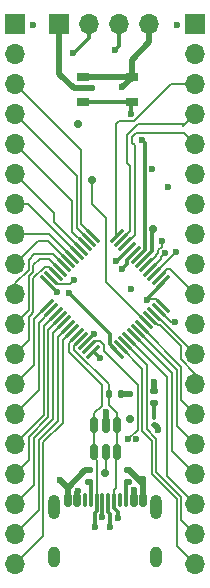
<source format=gbr>
%TF.GenerationSoftware,KiCad,Pcbnew,9.0.0*%
%TF.CreationDate,2025-08-25T15:59:45-02:30*%
%TF.ProjectId,STM32_PCB_Test_Project,53544d33-325f-4504-9342-5f546573745f,rev?*%
%TF.SameCoordinates,Original*%
%TF.FileFunction,Copper,L1,Top*%
%TF.FilePolarity,Positive*%
%FSLAX46Y46*%
G04 Gerber Fmt 4.6, Leading zero omitted, Abs format (unit mm)*
G04 Created by KiCad (PCBNEW 9.0.0) date 2025-08-25 15:59:45*
%MOMM*%
%LPD*%
G01*
G04 APERTURE LIST*
G04 Aperture macros list*
%AMRoundRect*
0 Rectangle with rounded corners*
0 $1 Rounding radius*
0 $2 $3 $4 $5 $6 $7 $8 $9 X,Y pos of 4 corners*
0 Add a 4 corners polygon primitive as box body*
4,1,4,$2,$3,$4,$5,$6,$7,$8,$9,$2,$3,0*
0 Add four circle primitives for the rounded corners*
1,1,$1+$1,$2,$3*
1,1,$1+$1,$4,$5*
1,1,$1+$1,$6,$7*
1,1,$1+$1,$8,$9*
0 Add four rect primitives between the rounded corners*
20,1,$1+$1,$2,$3,$4,$5,0*
20,1,$1+$1,$4,$5,$6,$7,0*
20,1,$1+$1,$6,$7,$8,$9,0*
20,1,$1+$1,$8,$9,$2,$3,0*%
G04 Aperture macros list end*
%TA.AperFunction,ComponentPad*%
%ADD10R,1.700000X1.700000*%
%TD*%
%TA.AperFunction,ComponentPad*%
%ADD11O,1.700000X1.700000*%
%TD*%
%TA.AperFunction,SMDPad,CuDef*%
%ADD12RoundRect,0.135000X-0.185000X0.135000X-0.185000X-0.135000X0.185000X-0.135000X0.185000X0.135000X0*%
%TD*%
%TA.AperFunction,SMDPad,CuDef*%
%ADD13R,1.050000X0.650000*%
%TD*%
%TA.AperFunction,SMDPad,CuDef*%
%ADD14RoundRect,0.075000X0.415425X0.521491X-0.521491X-0.415425X-0.415425X-0.521491X0.521491X0.415425X0*%
%TD*%
%TA.AperFunction,SMDPad,CuDef*%
%ADD15RoundRect,0.075000X-0.415425X0.521491X-0.521491X0.415425X0.415425X-0.521491X0.521491X-0.415425X0*%
%TD*%
%TA.AperFunction,SMDPad,CuDef*%
%ADD16RoundRect,0.135000X0.135000X0.185000X-0.135000X0.185000X-0.135000X-0.185000X0.135000X-0.185000X0*%
%TD*%
%TA.AperFunction,SMDPad,CuDef*%
%ADD17RoundRect,0.150000X0.150000X-0.512500X0.150000X0.512500X-0.150000X0.512500X-0.150000X-0.512500X0*%
%TD*%
%TA.AperFunction,SMDPad,CuDef*%
%ADD18RoundRect,0.100000X-0.100000X0.130000X-0.100000X-0.130000X0.100000X-0.130000X0.100000X0.130000X0*%
%TD*%
%TA.AperFunction,SMDPad,CuDef*%
%ADD19RoundRect,0.135000X0.185000X-0.135000X0.185000X0.135000X-0.185000X0.135000X-0.185000X-0.135000X0*%
%TD*%
%TA.AperFunction,SMDPad,CuDef*%
%ADD20RoundRect,0.150000X-0.150000X-0.425000X0.150000X-0.425000X0.150000X0.425000X-0.150000X0.425000X0*%
%TD*%
%TA.AperFunction,SMDPad,CuDef*%
%ADD21RoundRect,0.075000X-0.075000X-0.500000X0.075000X-0.500000X0.075000X0.500000X-0.075000X0.500000X0*%
%TD*%
%TA.AperFunction,HeatsinkPad*%
%ADD22O,1.000000X2.100000*%
%TD*%
%TA.AperFunction,HeatsinkPad*%
%ADD23O,1.000000X1.800000*%
%TD*%
%TA.AperFunction,ViaPad*%
%ADD24C,0.600000*%
%TD*%
%TA.AperFunction,ViaPad*%
%ADD25C,0.700000*%
%TD*%
%TA.AperFunction,Conductor*%
%ADD26C,0.500000*%
%TD*%
%TA.AperFunction,Conductor*%
%ADD27C,0.200000*%
%TD*%
%TA.AperFunction,Conductor*%
%ADD28C,0.300000*%
%TD*%
G04 APERTURE END LIST*
D10*
%TO.P,J2,1,Pin_1*%
%TO.N,+3.3V*%
X157025000Y-74675000D03*
D11*
%TO.P,J2,2,Pin_2*%
%TO.N,/SWDIO*%
X159565000Y-74675000D03*
%TO.P,J2,3,Pin_3*%
%TO.N,/SWCLK*%
X162105000Y-74675000D03*
%TO.P,J2,4,Pin_4*%
%TO.N,GND*%
X164645000Y-74675000D03*
%TD*%
D12*
%TO.P,R3,1*%
%TO.N,GND*%
X162800000Y-112390000D03*
%TO.P,R3,2*%
%TO.N,Net-(J1-CC2)*%
X162800000Y-113410000D03*
%TD*%
D13*
%TO.P,SW1,1,1*%
%TO.N,GND*%
X159000000Y-79100000D03*
X163150000Y-79100000D03*
%TO.P,SW1,2,2*%
%TO.N,Net-(U1-NRST)*%
X159000000Y-81250000D03*
X163150000Y-81250000D03*
%TD*%
D10*
%TO.P,J4,1,Pin_1*%
%TO.N,GND*%
X168515000Y-74650000D03*
D11*
%TO.P,J4,2,Pin_2*%
%TO.N,VBUS*%
X168515000Y-77190000D03*
%TO.P,J4,3,Pin_3*%
%TO.N,/PA2*%
X168515000Y-79730000D03*
%TO.P,J4,4,Pin_4*%
%TO.N,/PA1*%
X168515000Y-82270000D03*
%TO.P,J4,5,Pin_5*%
%TO.N,/PA0*%
X168515000Y-84810000D03*
%TO.P,J4,6,Pin_6*%
%TO.N,+3.3V*%
X168515000Y-87350000D03*
%TO.P,J4,7,Pin_7*%
X168515000Y-89890000D03*
%TO.P,J4,8,Pin_8*%
%TO.N,GND*%
X168515000Y-92430000D03*
%TO.P,J4,9,Pin_9*%
X168515000Y-94970000D03*
%TO.P,J4,10,Pin_10*%
%TO.N,/PC13*%
X168515000Y-97510000D03*
%TO.P,J4,11,Pin_11*%
%TO.N,+3.3V*%
X168515000Y-100050000D03*
%TO.P,J4,12,Pin_12*%
%TO.N,/PB9*%
X168515000Y-102590000D03*
%TO.P,J4,13,Pin_13*%
%TO.N,/PB8*%
X168515000Y-105130000D03*
%TO.P,J4,14,Pin_14*%
%TO.N,/PB7*%
X168515000Y-107670000D03*
%TO.P,J4,15,Pin_15*%
%TO.N,/PB6*%
X168515000Y-110210000D03*
%TO.P,J4,16,Pin_16*%
%TO.N,/PB5*%
X168515000Y-112750000D03*
%TO.P,J4,17,Pin_17*%
%TO.N,/PB4*%
X168515000Y-115290000D03*
%TO.P,J4,18,Pin_18*%
%TO.N,/PB3*%
X168515000Y-117830000D03*
%TO.P,J4,19,Pin_19*%
%TO.N,/PA15*%
X168515000Y-120370000D03*
%TD*%
D10*
%TO.P,J3,1,Pin_1*%
%TO.N,GND*%
X153275000Y-74650000D03*
D11*
%TO.P,J3,2,Pin_2*%
%TO.N,VBUS*%
X153275000Y-77190000D03*
%TO.P,J3,3,Pin_3*%
%TO.N,/PA3*%
X153275000Y-79730000D03*
%TO.P,J3,4,Pin_4*%
%TO.N,/PA4*%
X153275000Y-82270000D03*
%TO.P,J3,5,Pin_5*%
%TO.N,/PA5*%
X153275000Y-84810000D03*
%TO.P,J3,6,Pin_6*%
%TO.N,/PA6*%
X153275000Y-87350000D03*
%TO.P,J3,7,Pin_7*%
%TO.N,/PA7*%
X153275000Y-89890000D03*
%TO.P,J3,8,Pin_8*%
%TO.N,/PB0*%
X153275000Y-92430000D03*
%TO.P,J3,9,Pin_9*%
%TO.N,/PB1*%
X153275000Y-94970000D03*
%TO.P,J3,10,Pin_10*%
%TO.N,/PB2*%
X153275000Y-97510000D03*
%TO.P,J3,11,Pin_11*%
%TO.N,/PB10*%
X153275000Y-100050000D03*
%TO.P,J3,12,Pin_12*%
%TO.N,/PB11*%
X153275000Y-102590000D03*
%TO.P,J3,13,Pin_13*%
%TO.N,/PB12*%
X153275000Y-105130000D03*
%TO.P,J3,14,Pin_14*%
%TO.N,/PB13*%
X153275000Y-107670000D03*
%TO.P,J3,15,Pin_15*%
%TO.N,/PB14*%
X153275000Y-110210000D03*
%TO.P,J3,16,Pin_16*%
%TO.N,/PB15*%
X153275000Y-112750000D03*
%TO.P,J3,17,Pin_17*%
%TO.N,/PA8*%
X153275000Y-115290000D03*
%TO.P,J3,18,Pin_18*%
%TO.N,/PA9*%
X153275000Y-117830000D03*
%TO.P,J3,19,Pin_19*%
%TO.N,/PA10*%
X153275000Y-120370000D03*
%TD*%
D14*
%TO.P,U1,1,VBAT*%
%TO.N,+3.3V*%
X165782876Y-96501212D03*
%TO.P,U1,2,PC13*%
%TO.N,/PC13*%
X165429322Y-96147658D03*
%TO.P,U1,3,PC14*%
%TO.N,/OSC32_IN*%
X165075769Y-95794105D03*
%TO.P,U1,4,PC15*%
%TO.N,/OSC32_OUT*%
X164722215Y-95440551D03*
%TO.P,U1,5,PD0*%
%TO.N,/OSC_IN*%
X164368662Y-95086998D03*
%TO.P,U1,6,PD1*%
%TO.N,/OSC_OUT*%
X164015109Y-94733445D03*
%TO.P,U1,7,NRST*%
%TO.N,Net-(U1-NRST)*%
X163661555Y-94379891D03*
%TO.P,U1,8,VSSA*%
%TO.N,GND*%
X163308002Y-94026338D03*
%TO.P,U1,9,VDDA*%
%TO.N,+3.3VA*%
X162954449Y-93672785D03*
%TO.P,U1,10,PA0*%
%TO.N,/PA0*%
X162600895Y-93319231D03*
%TO.P,U1,11,PA1*%
%TO.N,/PA1*%
X162247342Y-92965678D03*
%TO.P,U1,12,PA2*%
%TO.N,/PA2*%
X161893788Y-92612124D03*
D15*
%TO.P,U1,13,PA3*%
%TO.N,/PA3*%
X159896212Y-92612124D03*
%TO.P,U1,14,PA4*%
%TO.N,/PA4*%
X159542658Y-92965678D03*
%TO.P,U1,15,PA5*%
%TO.N,/PA5*%
X159189105Y-93319231D03*
%TO.P,U1,16,PA6*%
%TO.N,/PA6*%
X158835551Y-93672785D03*
%TO.P,U1,17,PA7*%
%TO.N,/PA7*%
X158481998Y-94026338D03*
%TO.P,U1,18,PB0*%
%TO.N,/PB0*%
X158128445Y-94379891D03*
%TO.P,U1,19,PB1*%
%TO.N,/PB1*%
X157774891Y-94733445D03*
%TO.P,U1,20,PB2*%
%TO.N,/PB2*%
X157421338Y-95086998D03*
%TO.P,U1,21,PB10*%
%TO.N,/PB10*%
X157067785Y-95440551D03*
%TO.P,U1,22,PB11*%
%TO.N,/PB11*%
X156714231Y-95794105D03*
%TO.P,U1,23,VSS*%
%TO.N,GND*%
X156360678Y-96147658D03*
%TO.P,U1,24,VDD*%
%TO.N,+3.3V*%
X156007124Y-96501212D03*
D14*
%TO.P,U1,25,PB12*%
%TO.N,/PB12*%
X156007124Y-98498788D03*
%TO.P,U1,26,PB13*%
%TO.N,/PB13*%
X156360678Y-98852342D03*
%TO.P,U1,27,PB14*%
%TO.N,/PB14*%
X156714231Y-99205895D03*
%TO.P,U1,28,PB15*%
%TO.N,/PB15*%
X157067785Y-99559449D03*
%TO.P,U1,29,PA8*%
%TO.N,/PA8*%
X157421338Y-99913002D03*
%TO.P,U1,30,PA9*%
%TO.N,/PA9*%
X157774891Y-100266555D03*
%TO.P,U1,31,PA10*%
%TO.N,/PA10*%
X158128445Y-100620109D03*
%TO.P,U1,32,PA11*%
%TO.N,/USB_D-*%
X158481998Y-100973662D03*
%TO.P,U1,33,PA12*%
%TO.N,/USB_D+*%
X158835551Y-101327215D03*
%TO.P,U1,34,PA13*%
%TO.N,/SWDIO*%
X159189105Y-101680769D03*
%TO.P,U1,35,VSS*%
%TO.N,GND*%
X159542658Y-102034322D03*
%TO.P,U1,36,VDD*%
%TO.N,+3.3V*%
X159896212Y-102387876D03*
D15*
%TO.P,U1,37,PA14*%
%TO.N,/SWCLK*%
X161893788Y-102387876D03*
%TO.P,U1,38,PA15*%
%TO.N,/PA15*%
X162247342Y-102034322D03*
%TO.P,U1,39,PB3*%
%TO.N,/PB3*%
X162600895Y-101680769D03*
%TO.P,U1,40,PB4*%
%TO.N,/PB4*%
X162954449Y-101327215D03*
%TO.P,U1,41,PB5*%
%TO.N,/PB5*%
X163308002Y-100973662D03*
%TO.P,U1,42,PB6*%
%TO.N,/PB6*%
X163661555Y-100620109D03*
%TO.P,U1,43,PB7*%
%TO.N,/PB7*%
X164015109Y-100266555D03*
%TO.P,U1,44,BOOT0*%
%TO.N,GND*%
X164368662Y-99913002D03*
%TO.P,U1,45,PB8*%
%TO.N,/PB8*%
X164722215Y-99559449D03*
%TO.P,U1,46,PB9*%
%TO.N,/PB9*%
X165075769Y-99205895D03*
%TO.P,U1,47,VSS*%
%TO.N,GND*%
X165429322Y-98852342D03*
%TO.P,U1,48,VDD*%
%TO.N,+3.3V*%
X165782876Y-98498788D03*
%TD*%
D16*
%TO.P,R4,1*%
%TO.N,+3.3V*%
X162220000Y-106000000D03*
%TO.P,R4,2*%
%TO.N,/USB_D+*%
X161200000Y-106000000D03*
%TD*%
D12*
%TO.P,R2,1*%
%TO.N,GND*%
X159500000Y-112440000D03*
%TO.P,R2,2*%
%TO.N,Net-(J1-CC1)*%
X159500000Y-113460000D03*
%TD*%
D17*
%TO.P,U2,1,I/O1*%
%TO.N,/USB_D-*%
X160000000Y-110862500D03*
%TO.P,U2,2,GND*%
%TO.N,GND*%
X160950000Y-110862500D03*
%TO.P,U2,3,I/O2*%
%TO.N,/USB_D+*%
X161900000Y-110862500D03*
%TO.P,U2,4,I/O2*%
X161900000Y-108587500D03*
%TO.P,U2,5,VBUS*%
%TO.N,VBUS*%
X160950000Y-108587500D03*
%TO.P,U2,6,I/O1*%
%TO.N,/USB_D-*%
X160000000Y-108587500D03*
%TD*%
D18*
%TO.P,D1,1,K*%
%TO.N,Net-(D1-K)*%
X165075000Y-107930000D03*
%TO.P,D1,2,A*%
%TO.N,+3.3V*%
X165075000Y-108570000D03*
%TD*%
D19*
%TO.P,R5,1*%
%TO.N,Net-(D1-K)*%
X165075000Y-106785000D03*
%TO.P,R5,2*%
%TO.N,GND*%
X165075000Y-105765000D03*
%TD*%
D20*
%TO.P,J1,A1,GND*%
%TO.N,GND*%
X157725000Y-114985000D03*
%TO.P,J1,A4,VBUS*%
%TO.N,VBUS*%
X158525000Y-114985000D03*
D21*
%TO.P,J1,A5,CC1*%
%TO.N,Net-(J1-CC1)*%
X159675000Y-114985000D03*
%TO.P,J1,A6,D+*%
%TO.N,/USB_D+*%
X160675000Y-114985000D03*
%TO.P,J1,A7,D-*%
%TO.N,/USB_D-*%
X161175000Y-114985000D03*
%TO.P,J1,A8,SBU1*%
%TO.N,unconnected-(J1-SBU1-PadA8)*%
X162175000Y-114985000D03*
D20*
%TO.P,J1,A9,VBUS*%
%TO.N,VBUS*%
X163325000Y-114985000D03*
%TO.P,J1,A12,GND*%
%TO.N,GND*%
X164125000Y-114985000D03*
%TO.P,J1,B1,GND*%
X164125000Y-114985000D03*
%TO.P,J1,B4,VBUS*%
%TO.N,VBUS*%
X163325000Y-114985000D03*
D21*
%TO.P,J1,B5,CC2*%
%TO.N,Net-(J1-CC2)*%
X162675000Y-114985000D03*
%TO.P,J1,B6,D+*%
%TO.N,/USB_D+*%
X161675000Y-114985000D03*
%TO.P,J1,B7,D-*%
%TO.N,/USB_D-*%
X160175000Y-114985000D03*
%TO.P,J1,B8,SBU2*%
%TO.N,unconnected-(J1-SBU2-PadB8)*%
X159175000Y-114985000D03*
D20*
%TO.P,J1,B9,VBUS*%
%TO.N,VBUS*%
X158525000Y-114985000D03*
%TO.P,J1,B12,GND*%
%TO.N,GND*%
X157725000Y-114985000D03*
D22*
%TO.P,J1,S1,SHIELD*%
X156605000Y-115560000D03*
D23*
X156605000Y-119740000D03*
D22*
X165245000Y-115560000D03*
D23*
X165245000Y-119740000D03*
%TD*%
D24*
%TO.N,VBUS*%
X160950000Y-107525000D03*
D25*
%TO.N,GND*%
X158600000Y-83100000D03*
D24*
X166225000Y-88475000D03*
X163125000Y-97100000D03*
X157050000Y-113225000D03*
X158300000Y-96300000D03*
D25*
X159790000Y-87852910D03*
D24*
X167000000Y-74700000D03*
X162350000Y-80000000D03*
X165075000Y-105000000D03*
X164125000Y-113200000D03*
X163550000Y-109800000D03*
X162316154Y-95356484D03*
X166800000Y-99900000D03*
X162875000Y-109800000D03*
X164906963Y-86894132D03*
X154800000Y-74700000D03*
D25*
X160910245Y-112675000D03*
D24*
%TO.N,+3.3V*%
X163000000Y-106000000D03*
X164425000Y-98025000D03*
X160500000Y-102900000D03*
X156825000Y-97350000D03*
D25*
X163002000Y-108100000D03*
D24*
X165387500Y-109062500D03*
X157025000Y-76025000D03*
X159750000Y-80100000D03*
%TO.N,+3.3VA*%
X161825000Y-94725000D03*
%TO.N,Net-(U1-NRST)*%
X163125000Y-82250000D03*
X164000000Y-84500000D03*
%TO.N,/OSC_IN*%
X165700270Y-93003290D03*
%TO.N,/OSC32_IN*%
X166875000Y-93975000D03*
%TO.N,/OSC32_OUT*%
X166012821Y-94008523D03*
%TO.N,VBUS*%
X158605331Y-114180331D03*
X163325000Y-114100000D03*
%TO.N,/SWCLK*%
X161725000Y-76875000D03*
X157859620Y-97465380D03*
%TO.N,/SWDIO*%
X158200000Y-77150000D03*
X159980122Y-100889752D03*
D25*
%TO.N,/OSC_OUT*%
X164956963Y-92000000D03*
D24*
%TO.N,/USB_D+*%
X161976000Y-116459620D03*
X160675000Y-116425000D03*
%TO.N,/USB_D-*%
X160075000Y-117275000D03*
X161325000Y-117250000D03*
%TD*%
D26*
%TO.N,VBUS*%
X160950000Y-108587500D02*
X160950000Y-107525000D01*
%TO.N,GND*%
X163150000Y-79100000D02*
X163150000Y-79200000D01*
X164645000Y-76195000D02*
X163150000Y-77690000D01*
X164125000Y-113582528D02*
X162932472Y-112390000D01*
D27*
X156360678Y-96147658D02*
X156906086Y-96693066D01*
X160465911Y-101488915D02*
X160795173Y-101818177D01*
D26*
X163150000Y-77690000D02*
X163150000Y-79100000D01*
D27*
X160795173Y-101818177D02*
X160795173Y-102345230D01*
X160950000Y-112600000D02*
X160950000Y-110862500D01*
X166476980Y-99900000D02*
X166800000Y-99900000D01*
X160994827Y-96539167D02*
X164368662Y-99913002D01*
D26*
X157725000Y-114985000D02*
X157725000Y-113900000D01*
D28*
X162712594Y-94960044D02*
X162712594Y-94621746D01*
D27*
X160910245Y-112675000D02*
X160910245Y-112639755D01*
X159790000Y-87852910D02*
X159790000Y-89911100D01*
D26*
X165075000Y-105765000D02*
X165075000Y-105000000D01*
D27*
X160795173Y-102345230D02*
X163652000Y-105202057D01*
D26*
X159185000Y-112440000D02*
X159500000Y-112440000D01*
D27*
X159542658Y-102034322D02*
X160088065Y-101488915D01*
X157906934Y-96693066D02*
X158300000Y-96300000D01*
D26*
X157725000Y-113900000D02*
X157050000Y-113225000D01*
X164645000Y-74675000D02*
X164645000Y-76195000D01*
X157725000Y-113900000D02*
X159185000Y-112440000D01*
X159000000Y-79100000D02*
X163150000Y-79100000D01*
D28*
X162316154Y-95356484D02*
X162712594Y-94960044D01*
X162712594Y-94621746D02*
X163308002Y-94026338D01*
D27*
X163652000Y-105202057D02*
X163652000Y-109023000D01*
D26*
X157725000Y-114985000D02*
X157725000Y-114000000D01*
X164125000Y-114985000D02*
X164125000Y-113582528D01*
X164645000Y-76195000D02*
X164650000Y-76200000D01*
D27*
X160994827Y-91115927D02*
X160994827Y-96539167D01*
X156906086Y-96693066D02*
X157906934Y-96693066D01*
X165429322Y-98852342D02*
X166476980Y-99900000D01*
D26*
X163150000Y-79200000D02*
X162350000Y-80000000D01*
D27*
X160088065Y-101488915D02*
X160465911Y-101488915D01*
D26*
X164125000Y-113200000D02*
X164125000Y-114985000D01*
D27*
X163652000Y-109023000D02*
X162875000Y-109800000D01*
X160910245Y-112639755D02*
X160950000Y-112600000D01*
D26*
X162932472Y-112390000D02*
X162800000Y-112390000D01*
D27*
X159790000Y-89911100D02*
X160994827Y-91115927D01*
D26*
%TO.N,+3.3V*%
X157025000Y-78877000D02*
X157025000Y-76025000D01*
X163000000Y-106000000D02*
X162220000Y-106000000D01*
X157025000Y-74675000D02*
X157025000Y-76025000D01*
D27*
X165237469Y-97953381D02*
X165782876Y-98498788D01*
D26*
X159750000Y-80100000D02*
X158248000Y-80100000D01*
D27*
X164425000Y-98025000D02*
X164425000Y-97975000D01*
D28*
X159987876Y-102387876D02*
X159896212Y-102387876D01*
D26*
X165387500Y-108882500D02*
X165116000Y-108611000D01*
D28*
X164425000Y-97975000D02*
X165782876Y-96617124D01*
D27*
X164425000Y-97975000D02*
X164446619Y-97953381D01*
D26*
X165116000Y-108611000D02*
X165075000Y-108611000D01*
X165387500Y-109062500D02*
X165387500Y-108882500D01*
D28*
X156825000Y-97350000D02*
X156825000Y-97319088D01*
X160500000Y-102900000D02*
X159987876Y-102387876D01*
D26*
X158248000Y-80100000D02*
X157025000Y-78877000D01*
D28*
X165782876Y-96617124D02*
X165782876Y-96501212D01*
X156825000Y-97319088D02*
X156007124Y-96501212D01*
D27*
X164446619Y-97953381D02*
X165237469Y-97953381D01*
D28*
%TO.N,+3.3VA*%
X161825000Y-94725000D02*
X161902234Y-94725000D01*
X161902234Y-94725000D02*
X162954449Y-93672785D01*
%TO.N,Net-(U1-NRST)*%
X164256963Y-84756963D02*
X164000000Y-84500000D01*
X163150000Y-81250000D02*
X159000000Y-81250000D01*
X163661555Y-94379891D02*
X164256963Y-93784483D01*
X164256963Y-93784483D02*
X164256963Y-84756963D01*
X163125000Y-81275000D02*
X163150000Y-81250000D01*
X163125000Y-82250000D02*
X163125000Y-81275000D01*
D27*
%TO.N,/OSC_IN*%
X165675000Y-93496401D02*
X165411821Y-93759580D01*
X165675000Y-93028560D02*
X165675000Y-93496401D01*
X165201003Y-94254657D02*
X164368662Y-95086998D01*
X165411821Y-93759580D02*
X165411821Y-94042423D01*
X165201003Y-94253241D02*
X165201003Y-94254657D01*
X165411821Y-94042423D02*
X165201003Y-94253241D01*
X165700270Y-93003290D02*
X165675000Y-93028560D01*
%TO.N,/OSC32_IN*%
X166875000Y-93994874D02*
X166875000Y-93975000D01*
X165075769Y-95794105D02*
X166875000Y-93994874D01*
%TO.N,/OSC32_OUT*%
X165602003Y-94419341D02*
X165602003Y-94560763D01*
X166012821Y-94008523D02*
X165602003Y-94419341D01*
X165602003Y-94560763D02*
X164722215Y-95440551D01*
D26*
%TO.N,VBUS*%
X158525000Y-114260662D02*
X158605331Y-114180331D01*
X158525000Y-114985000D02*
X158525000Y-114260662D01*
X163325000Y-114985000D02*
X163325000Y-114100000D01*
D28*
%TO.N,Net-(D1-K)*%
X165075000Y-107930000D02*
X165075000Y-106785000D01*
%TO.N,Net-(J1-CC2)*%
X162675000Y-113535000D02*
X162800000Y-113410000D01*
X162675000Y-114985000D02*
X162675000Y-113535000D01*
%TO.N,Net-(J1-CC1)*%
X159675000Y-114985000D02*
X159675000Y-113610000D01*
%TO.N,/SWCLK*%
X162105000Y-74675000D02*
X162105000Y-76495000D01*
X162105000Y-76495000D02*
X161725000Y-76875000D01*
X161281122Y-101775210D02*
X161281122Y-100886882D01*
X161893788Y-102387876D02*
X161281122Y-101775210D01*
X161281122Y-100886882D02*
X157859620Y-97465380D01*
%TO.N,/SWDIO*%
X159189105Y-101680769D02*
X159980122Y-100889752D01*
X158225000Y-77150000D02*
X159565000Y-75810000D01*
X159565000Y-75810000D02*
X159565000Y-74675000D01*
X158200000Y-77150000D02*
X158225000Y-77150000D01*
D27*
%TO.N,/PA7*%
X158481998Y-94026338D02*
X154345660Y-89890000D01*
X154345660Y-89890000D02*
X153275000Y-89890000D01*
%TO.N,/PB0*%
X156178554Y-92430000D02*
X158128445Y-94379891D01*
X153275000Y-92430000D02*
X156178554Y-92430000D01*
%TO.N,/PB2*%
X157421338Y-95086998D02*
X156484340Y-94150000D01*
X154425000Y-94625000D02*
X154425000Y-95447760D01*
X153297760Y-96575000D02*
X153275000Y-96575000D01*
X154900000Y-94150000D02*
X154425000Y-94625000D01*
X156484340Y-94150000D02*
X154900000Y-94150000D01*
X153275000Y-96575000D02*
X153275000Y-97510000D01*
X154425000Y-95447760D02*
X153297760Y-96575000D01*
%TO.N,/PA3*%
X153275000Y-79730000D02*
X158900000Y-85355000D01*
X158900000Y-91615912D02*
X159896212Y-92612124D01*
X158900000Y-85355000D02*
X158900000Y-91615912D01*
%TO.N,/PB11*%
X156714231Y-95794105D02*
X156168823Y-95248697D01*
X154450000Y-101415000D02*
X153275000Y-102590000D01*
X154827000Y-97820660D02*
X154827000Y-98152860D01*
X154827000Y-97199340D02*
X154827000Y-97820660D01*
X154450000Y-99442100D02*
X154450000Y-101415000D01*
X154827000Y-96867140D02*
X154827000Y-97199340D01*
X154827000Y-99065100D02*
X154592100Y-99300000D01*
X154827000Y-96200000D02*
X154827000Y-96867140D01*
X154827000Y-98732900D02*
X154827000Y-99065100D01*
X154827000Y-98152860D02*
X154827000Y-98732900D01*
X154592100Y-99300000D02*
X154450000Y-99442100D01*
X155778303Y-95248697D02*
X154827000Y-96200000D01*
X156168823Y-95248697D02*
X155778303Y-95248697D01*
%TO.N,/PB1*%
X153275000Y-94970000D02*
X155195000Y-93050000D01*
X155195000Y-93050000D02*
X156091446Y-93050000D01*
D28*
X153275000Y-94970000D02*
X153275000Y-94375000D01*
D27*
X156091446Y-93050000D02*
X157774891Y-94733445D01*
%TO.N,/PB10*%
X153275000Y-100050000D02*
X154426000Y-98899000D01*
X154426000Y-96013860D02*
X154591100Y-95848760D01*
X154826000Y-95099000D02*
X155374000Y-94551000D01*
X154426000Y-97986760D02*
X154426000Y-97033240D01*
X154426000Y-98899000D02*
X154426000Y-97986760D01*
X154826000Y-95613860D02*
X154826000Y-95281660D01*
X155374000Y-94551000D02*
X156178234Y-94551000D01*
X154591100Y-95848760D02*
X154826000Y-95613860D01*
X154426000Y-97033240D02*
X154426000Y-96013860D01*
X154826000Y-95281660D02*
X154826000Y-95099000D01*
X156178234Y-94551000D02*
X157067785Y-95440551D01*
%TO.N,/PA10*%
X158128445Y-100620109D02*
X157304000Y-101444554D01*
X157304000Y-101444554D02*
X157304000Y-108449400D01*
X155677000Y-110076400D02*
X155677000Y-117968000D01*
X155677000Y-117968000D02*
X153275000Y-120370000D01*
X157304000Y-108449400D02*
X155677000Y-110076400D01*
%TO.N,/PB15*%
X156101000Y-100526234D02*
X157067785Y-99559449D01*
X153275000Y-112750000D02*
X154425000Y-111600000D01*
X154425000Y-111600000D02*
X154425000Y-109627100D01*
X154425000Y-109627100D02*
X156101000Y-107951100D01*
X156101000Y-107951100D02*
X156101000Y-100526234D01*
%TO.N,/PA6*%
X158835551Y-93672785D02*
X156550000Y-91387234D01*
X156550000Y-90625000D02*
X153275000Y-87350000D01*
X156550000Y-91387234D02*
X156550000Y-90625000D01*
%TO.N,/PA9*%
X156903000Y-101138446D02*
X157774891Y-100266555D01*
X155276000Y-113856100D02*
X155276000Y-113523900D01*
X155276000Y-109910300D02*
X156668100Y-108518200D01*
X156903000Y-108283300D02*
X156903000Y-107951100D01*
X155276000Y-113523900D02*
X155276000Y-109910300D01*
X156668100Y-108518200D02*
X156850000Y-108336300D01*
X155276000Y-115829000D02*
X155276000Y-113856100D01*
X156903000Y-107951100D02*
X156903000Y-101138446D01*
X156850000Y-108336300D02*
X156903000Y-108283300D01*
X153275000Y-117830000D02*
X155276000Y-115829000D01*
%TO.N,/PA4*%
X158499000Y-91922020D02*
X159542658Y-92965678D01*
X158499000Y-87494000D02*
X158499000Y-91922020D01*
X153275000Y-82270000D02*
X158499000Y-87494000D01*
%TO.N,/PB14*%
X155700000Y-100220126D02*
X156714231Y-99205895D01*
X155700000Y-107785000D02*
X155700000Y-100220126D01*
X153275000Y-110210000D02*
X155700000Y-107785000D01*
%TO.N,/PB13*%
X156360678Y-98852342D02*
X155275000Y-99938020D01*
X155275000Y-105670000D02*
X153275000Y-107670000D01*
X155275000Y-99938020D02*
X155275000Y-105670000D01*
%TO.N,/PB12*%
X156007124Y-98498788D02*
X154851000Y-99654912D01*
X154851000Y-99654912D02*
X154851000Y-103554000D01*
X154851000Y-103554000D02*
X153275000Y-105130000D01*
%TO.N,/PA5*%
X158098000Y-89633000D02*
X153275000Y-84810000D01*
X159189105Y-93319231D02*
X158098000Y-92228126D01*
X158098000Y-92228126D02*
X158098000Y-89633000D01*
%TO.N,/PA8*%
X156502000Y-100832340D02*
X157421338Y-99913002D01*
X156502000Y-108117200D02*
X156502000Y-100832340D01*
X154875000Y-109744200D02*
X156502000Y-108117200D01*
X153275000Y-115290000D02*
X154875000Y-113690000D01*
X154875000Y-113690000D02*
X154875000Y-109744200D01*
%TO.N,/PA2*%
X161799000Y-92517336D02*
X161799000Y-83151000D01*
X163375000Y-82850000D02*
X166495000Y-79730000D01*
X161799000Y-83151000D02*
X162100000Y-82850000D01*
X166495000Y-79730000D02*
X168515000Y-79730000D01*
X161893788Y-92612124D02*
X161799000Y-92517336D01*
X162100000Y-82850000D02*
X163375000Y-82850000D01*
%TO.N,/PB6*%
X166963000Y-103921554D02*
X163661555Y-100620109D01*
X166963000Y-108658000D02*
X166963000Y-103921554D01*
X168515000Y-110210000D02*
X166963000Y-108658000D01*
%TO.N,/PB9*%
X168515000Y-102590000D02*
X165130895Y-99205895D01*
X165130895Y-99205895D02*
X165075769Y-99205895D01*
%TO.N,/PC13*%
X166180980Y-95396000D02*
X166401000Y-95396000D01*
X165429322Y-96147658D02*
X166180980Y-95396000D01*
X166401000Y-95396000D02*
X168515000Y-97510000D01*
%TO.N,/PB8*%
X165336918Y-100174152D02*
X164722215Y-99559449D01*
X167300000Y-101942100D02*
X165532052Y-100174152D01*
X167300000Y-103050000D02*
X167300000Y-101942100D01*
X168515000Y-104265000D02*
X167300000Y-103050000D01*
X168515000Y-105130000D02*
X168515000Y-104265000D01*
X165532052Y-100174152D02*
X165336918Y-100174152D01*
%TO.N,/PA15*%
X166963000Y-116845100D02*
X166963000Y-116512900D01*
X164850000Y-112427000D02*
X164850000Y-109942043D01*
X164850000Y-109942043D02*
X164287900Y-109379943D01*
X164875000Y-112784200D02*
X164850000Y-112759200D01*
X166963000Y-114872200D02*
X165084900Y-112994100D01*
X168515000Y-120370000D02*
X166963000Y-118818000D01*
X164287900Y-109379943D02*
X164053000Y-109145043D01*
X164053000Y-109145043D02*
X164053000Y-108812843D01*
X164053000Y-103839980D02*
X162247342Y-102034322D01*
X164850000Y-112759200D02*
X164850000Y-112427000D01*
X164053000Y-108812843D02*
X164053000Y-103839980D01*
X165084900Y-112994100D02*
X164875000Y-112784200D01*
X166963000Y-118818000D02*
X166963000Y-116845100D01*
X166963000Y-116512900D02*
X166963000Y-114872200D01*
%TO.N,/PB3*%
X167364000Y-116679000D02*
X167364000Y-114706100D01*
X167364000Y-114706100D02*
X165251000Y-112593100D01*
X164454000Y-108978943D02*
X164454000Y-103533874D01*
X168515000Y-117830000D02*
X167364000Y-116679000D01*
X165251000Y-112593100D02*
X165251000Y-109775943D01*
X164454000Y-103533874D02*
X162600895Y-101680769D01*
X165251000Y-109775943D02*
X164454000Y-108978943D01*
%TO.N,/PA0*%
X163526057Y-83849000D02*
X163174000Y-84201057D01*
X163174000Y-84698943D02*
X163402000Y-84926943D01*
X163402000Y-84926943D02*
X163402000Y-92518126D01*
X163402000Y-92518126D02*
X162600895Y-93319231D01*
X168515000Y-84810000D02*
X167554000Y-83849000D01*
X163174000Y-84201057D02*
X163174000Y-84698943D01*
X167554000Y-83849000D02*
X163526057Y-83849000D01*
%TO.N,/PB5*%
X166562000Y-104227660D02*
X163308002Y-100973662D01*
X168515000Y-112750000D02*
X166562000Y-110797000D01*
X166562000Y-110797000D02*
X166562000Y-104227660D01*
%TO.N,/PA1*%
X168515000Y-82270000D02*
X167642500Y-83142500D01*
X163001000Y-92212020D02*
X162247342Y-92965678D01*
X162773000Y-86448057D02*
X163001000Y-86676057D01*
X162773000Y-84034957D02*
X162773000Y-86448057D01*
X167642500Y-83142500D02*
X167535000Y-83250000D01*
X167642500Y-83142500D02*
X163665457Y-83142500D01*
X163665457Y-83142500D02*
X162773000Y-84034957D01*
X163001000Y-86676057D02*
X163001000Y-92212020D01*
%TO.N,/PB7*%
X164015109Y-100332209D02*
X164015109Y-100266555D01*
X167364000Y-103681100D02*
X164015109Y-100332209D01*
X168515000Y-107670000D02*
X167364000Y-106519000D01*
X167364000Y-106519000D02*
X167364000Y-103681100D01*
%TO.N,/PB4*%
X166161000Y-104533766D02*
X162954449Y-101327215D01*
X168515000Y-115290000D02*
X166161000Y-112936000D01*
X166161000Y-112936000D02*
X166161000Y-104533766D01*
D28*
%TO.N,/OSC_OUT*%
X164906963Y-92050000D02*
X164956963Y-92000000D01*
X164906963Y-93841591D02*
X164015109Y-94733445D01*
X164906963Y-93841591D02*
X164906963Y-92050000D01*
D27*
%TO.N,/USB_D+*%
X161900000Y-107593749D02*
X161200000Y-106893749D01*
X161900000Y-110862500D02*
X161900000Y-108587500D01*
X158290144Y-101941918D02*
X158870199Y-101361863D01*
X161900000Y-111400000D02*
X161800000Y-111500000D01*
X161900000Y-108587500D02*
X161900000Y-107593749D01*
X161200000Y-105160324D02*
X158290144Y-102250468D01*
X161800000Y-113975000D02*
X161675000Y-114100000D01*
X161200000Y-106893749D02*
X161200000Y-105160324D01*
D28*
X161976000Y-115965534D02*
X161675000Y-115664534D01*
D27*
X161800000Y-111500000D02*
X161800000Y-113975000D01*
D28*
X161976000Y-116459620D02*
X161976000Y-115965534D01*
X160675000Y-114985000D02*
X160675000Y-116425000D01*
D27*
X158290144Y-102250468D02*
X158290144Y-101941918D01*
X161900000Y-110862500D02*
X161900000Y-111400000D01*
X161675000Y-114100000D02*
X161675000Y-114985000D01*
X158870199Y-101361863D02*
X158835551Y-101327215D01*
D28*
X161675000Y-115664534D02*
X161675000Y-114985000D01*
D27*
%TO.N,/USB_D-*%
X160175000Y-111575000D02*
X160175000Y-114985000D01*
D28*
X160075000Y-117275000D02*
X160024000Y-117224000D01*
X161326000Y-116151000D02*
X161326000Y-117249000D01*
X160024000Y-117224000D02*
X160024000Y-116076000D01*
X161326000Y-117249000D02*
X161325000Y-117250000D01*
X161175000Y-116000000D02*
X161326000Y-116151000D01*
D27*
X160000000Y-110862500D02*
X160000000Y-108587500D01*
X160000000Y-107593749D02*
X160600000Y-106993749D01*
X160000000Y-111400000D02*
X160175000Y-111575000D01*
X157840164Y-102436856D02*
X157840164Y-101684790D01*
X160000000Y-108587500D02*
X160000000Y-107593749D01*
X160000000Y-110862500D02*
X160000000Y-111400000D01*
X158481998Y-101042956D02*
X158481998Y-100973662D01*
X157840164Y-101684790D02*
X158481998Y-101042956D01*
X160600000Y-105196692D02*
X157840164Y-102436856D01*
D28*
X161175000Y-114985000D02*
X161175000Y-116000000D01*
X160024000Y-116076000D02*
X160175000Y-115925000D01*
D27*
X160600000Y-106993749D02*
X160600000Y-105196692D01*
D28*
X160175000Y-115925000D02*
X160175000Y-114985000D01*
%TD*%
M02*

</source>
